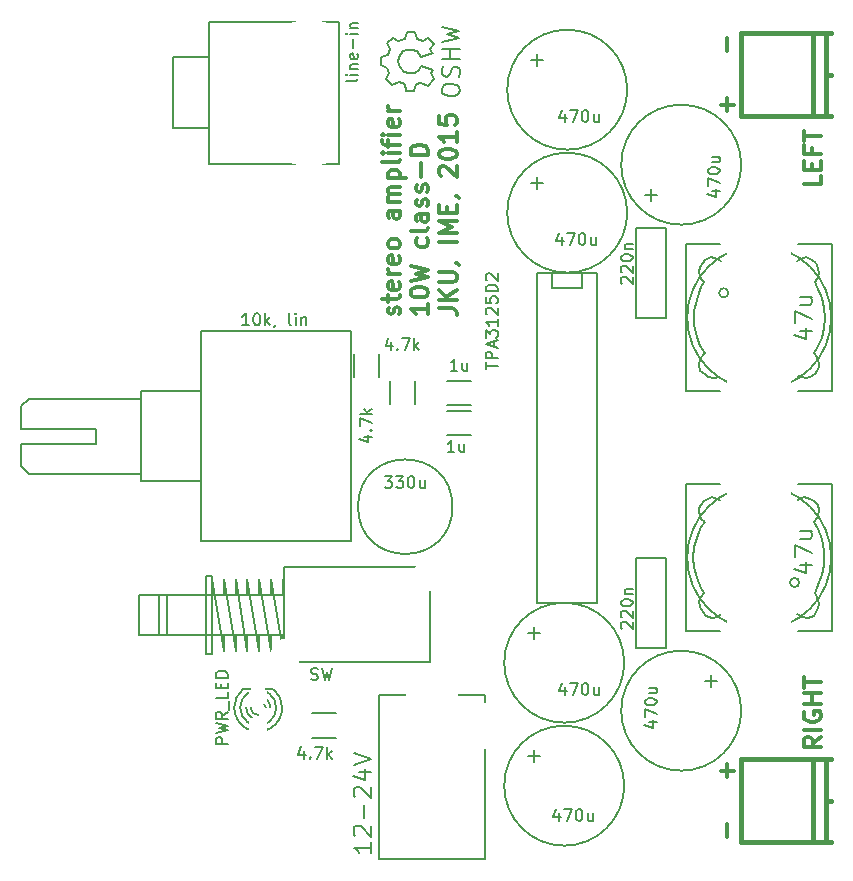
<source format=gbr>
G04 #@! TF.FileFunction,Legend,Top*
%FSLAX46Y46*%
G04 Gerber Fmt 4.6, Leading zero omitted, Abs format (unit mm)*
G04 Created by KiCad (PCBNEW 0.201503020946+5465~21~ubuntu14.04.1-product) date Mon 16 Mär 2015 16:05:42 CET*
%MOMM*%
G01*
G04 APERTURE LIST*
%ADD10C,0.100000*%
%ADD11C,0.300000*%
%ADD12C,0.150000*%
%ADD13C,0.381000*%
%ADD14C,1.676400*%
%ADD15R,2.286000X1.574800*%
%ADD16O,2.286000X1.574800*%
%ADD17R,5.400040X6.000000*%
%ADD18O,2.200000X4.000000*%
%ADD19O,4.000000X2.200000*%
%ADD20R,2.000000X1.600000*%
%ADD21C,1.501140*%
%ADD22C,2.600000*%
%ADD23R,2.000000X1.700000*%
%ADD24R,1.700000X2.000000*%
%ADD25C,2.400000*%
%ADD26R,2.400000X2.400000*%
%ADD27C,2.000000*%
%ADD28C,4.500000*%
%ADD29C,4.100000*%
%ADD30C,6.000000*%
G04 APERTURE END LIST*
D10*
D11*
X44303143Y68516572D02*
X44303143Y69659429D01*
X44303143Y63436572D02*
X44303143Y64579429D01*
X44874571Y64008000D02*
X43731714Y64008000D01*
X44303143Y1968572D02*
X44303143Y3111429D01*
X44303143Y7048572D02*
X44303143Y8191429D01*
X44874571Y7620000D02*
X43731714Y7620000D01*
X16495143Y46259714D02*
X16566571Y46402571D01*
X16566571Y46688286D01*
X16495143Y46831143D01*
X16352286Y46902571D01*
X16280857Y46902571D01*
X16138000Y46831143D01*
X16066571Y46688286D01*
X16066571Y46474000D01*
X15995143Y46331143D01*
X15852286Y46259714D01*
X15780857Y46259714D01*
X15638000Y46331143D01*
X15566571Y46474000D01*
X15566571Y46688286D01*
X15638000Y46831143D01*
X15566571Y47331143D02*
X15566571Y47902572D01*
X15066571Y47545429D02*
X16352286Y47545429D01*
X16495143Y47616857D01*
X16566571Y47759715D01*
X16566571Y47902572D01*
X16495143Y48974000D02*
X16566571Y48831143D01*
X16566571Y48545429D01*
X16495143Y48402572D01*
X16352286Y48331143D01*
X15780857Y48331143D01*
X15638000Y48402572D01*
X15566571Y48545429D01*
X15566571Y48831143D01*
X15638000Y48974000D01*
X15780857Y49045429D01*
X15923714Y49045429D01*
X16066571Y48331143D01*
X16566571Y49688286D02*
X15566571Y49688286D01*
X15852286Y49688286D02*
X15709429Y49759714D01*
X15638000Y49831143D01*
X15566571Y49974000D01*
X15566571Y50116857D01*
X16495143Y51188285D02*
X16566571Y51045428D01*
X16566571Y50759714D01*
X16495143Y50616857D01*
X16352286Y50545428D01*
X15780857Y50545428D01*
X15638000Y50616857D01*
X15566571Y50759714D01*
X15566571Y51045428D01*
X15638000Y51188285D01*
X15780857Y51259714D01*
X15923714Y51259714D01*
X16066571Y50545428D01*
X16566571Y52116857D02*
X16495143Y51973999D01*
X16423714Y51902571D01*
X16280857Y51831142D01*
X15852286Y51831142D01*
X15709429Y51902571D01*
X15638000Y51973999D01*
X15566571Y52116857D01*
X15566571Y52331142D01*
X15638000Y52473999D01*
X15709429Y52545428D01*
X15852286Y52616857D01*
X16280857Y52616857D01*
X16423714Y52545428D01*
X16495143Y52473999D01*
X16566571Y52331142D01*
X16566571Y52116857D01*
X16566571Y55045428D02*
X15780857Y55045428D01*
X15638000Y54973999D01*
X15566571Y54831142D01*
X15566571Y54545428D01*
X15638000Y54402571D01*
X16495143Y55045428D02*
X16566571Y54902571D01*
X16566571Y54545428D01*
X16495143Y54402571D01*
X16352286Y54331142D01*
X16209429Y54331142D01*
X16066571Y54402571D01*
X15995143Y54545428D01*
X15995143Y54902571D01*
X15923714Y55045428D01*
X16566571Y55759714D02*
X15566571Y55759714D01*
X15709429Y55759714D02*
X15638000Y55831142D01*
X15566571Y55974000D01*
X15566571Y56188285D01*
X15638000Y56331142D01*
X15780857Y56402571D01*
X16566571Y56402571D01*
X15780857Y56402571D02*
X15638000Y56474000D01*
X15566571Y56616857D01*
X15566571Y56831142D01*
X15638000Y56974000D01*
X15780857Y57045428D01*
X16566571Y57045428D01*
X15566571Y57759714D02*
X17066571Y57759714D01*
X15638000Y57759714D02*
X15566571Y57902571D01*
X15566571Y58188285D01*
X15638000Y58331142D01*
X15709429Y58402571D01*
X15852286Y58474000D01*
X16280857Y58474000D01*
X16423714Y58402571D01*
X16495143Y58331142D01*
X16566571Y58188285D01*
X16566571Y57902571D01*
X16495143Y57759714D01*
X16566571Y59331143D02*
X16495143Y59188285D01*
X16352286Y59116857D01*
X15066571Y59116857D01*
X16566571Y59902571D02*
X15566571Y59902571D01*
X15066571Y59902571D02*
X15138000Y59831142D01*
X15209429Y59902571D01*
X15138000Y59973999D01*
X15066571Y59902571D01*
X15209429Y59902571D01*
X15566571Y60402571D02*
X15566571Y60974000D01*
X16566571Y60616857D02*
X15280857Y60616857D01*
X15138000Y60688285D01*
X15066571Y60831143D01*
X15066571Y60974000D01*
X16566571Y61474000D02*
X15566571Y61474000D01*
X15066571Y61474000D02*
X15138000Y61402571D01*
X15209429Y61474000D01*
X15138000Y61545428D01*
X15066571Y61474000D01*
X15209429Y61474000D01*
X16495143Y62759714D02*
X16566571Y62616857D01*
X16566571Y62331143D01*
X16495143Y62188286D01*
X16352286Y62116857D01*
X15780857Y62116857D01*
X15638000Y62188286D01*
X15566571Y62331143D01*
X15566571Y62616857D01*
X15638000Y62759714D01*
X15780857Y62831143D01*
X15923714Y62831143D01*
X16066571Y62116857D01*
X16566571Y63474000D02*
X15566571Y63474000D01*
X15852286Y63474000D02*
X15709429Y63545428D01*
X15638000Y63616857D01*
X15566571Y63759714D01*
X15566571Y63902571D01*
X18966571Y47116857D02*
X18966571Y46259714D01*
X18966571Y46688286D02*
X17466571Y46688286D01*
X17680857Y46545429D01*
X17823714Y46402571D01*
X17895143Y46259714D01*
X17466571Y48045428D02*
X17466571Y48188285D01*
X17538000Y48331142D01*
X17609429Y48402571D01*
X17752286Y48474000D01*
X18038000Y48545428D01*
X18395143Y48545428D01*
X18680857Y48474000D01*
X18823714Y48402571D01*
X18895143Y48331142D01*
X18966571Y48188285D01*
X18966571Y48045428D01*
X18895143Y47902571D01*
X18823714Y47831142D01*
X18680857Y47759714D01*
X18395143Y47688285D01*
X18038000Y47688285D01*
X17752286Y47759714D01*
X17609429Y47831142D01*
X17538000Y47902571D01*
X17466571Y48045428D01*
X17466571Y49045428D02*
X18966571Y49402571D01*
X17895143Y49688285D01*
X18966571Y49973999D01*
X17466571Y50331142D01*
X18895143Y52688285D02*
X18966571Y52545428D01*
X18966571Y52259714D01*
X18895143Y52116856D01*
X18823714Y52045428D01*
X18680857Y51973999D01*
X18252286Y51973999D01*
X18109429Y52045428D01*
X18038000Y52116856D01*
X17966571Y52259714D01*
X17966571Y52545428D01*
X18038000Y52688285D01*
X18966571Y53545428D02*
X18895143Y53402570D01*
X18752286Y53331142D01*
X17466571Y53331142D01*
X18966571Y54759713D02*
X18180857Y54759713D01*
X18038000Y54688284D01*
X17966571Y54545427D01*
X17966571Y54259713D01*
X18038000Y54116856D01*
X18895143Y54759713D02*
X18966571Y54616856D01*
X18966571Y54259713D01*
X18895143Y54116856D01*
X18752286Y54045427D01*
X18609429Y54045427D01*
X18466571Y54116856D01*
X18395143Y54259713D01*
X18395143Y54616856D01*
X18323714Y54759713D01*
X18895143Y55402570D02*
X18966571Y55545427D01*
X18966571Y55831142D01*
X18895143Y55973999D01*
X18752286Y56045427D01*
X18680857Y56045427D01*
X18538000Y55973999D01*
X18466571Y55831142D01*
X18466571Y55616856D01*
X18395143Y55473999D01*
X18252286Y55402570D01*
X18180857Y55402570D01*
X18038000Y55473999D01*
X17966571Y55616856D01*
X17966571Y55831142D01*
X18038000Y55973999D01*
X18895143Y56616856D02*
X18966571Y56759713D01*
X18966571Y57045428D01*
X18895143Y57188285D01*
X18752286Y57259713D01*
X18680857Y57259713D01*
X18538000Y57188285D01*
X18466571Y57045428D01*
X18466571Y56831142D01*
X18395143Y56688285D01*
X18252286Y56616856D01*
X18180857Y56616856D01*
X18038000Y56688285D01*
X17966571Y56831142D01*
X17966571Y57045428D01*
X18038000Y57188285D01*
X18395143Y57902571D02*
X18395143Y59045428D01*
X18966571Y59759714D02*
X17466571Y59759714D01*
X17466571Y60116857D01*
X17538000Y60331142D01*
X17680857Y60474000D01*
X17823714Y60545428D01*
X18109429Y60616857D01*
X18323714Y60616857D01*
X18609429Y60545428D01*
X18752286Y60474000D01*
X18895143Y60331142D01*
X18966571Y60116857D01*
X18966571Y59759714D01*
X19866571Y46759714D02*
X20938000Y46759714D01*
X21152286Y46688286D01*
X21295143Y46545429D01*
X21366571Y46331143D01*
X21366571Y46188286D01*
X21366571Y47474000D02*
X19866571Y47474000D01*
X21366571Y48331143D02*
X20509429Y47688286D01*
X19866571Y48331143D02*
X20723714Y47474000D01*
X19866571Y48974000D02*
X21080857Y48974000D01*
X21223714Y49045428D01*
X21295143Y49116857D01*
X21366571Y49259714D01*
X21366571Y49545428D01*
X21295143Y49688286D01*
X21223714Y49759714D01*
X21080857Y49831143D01*
X19866571Y49831143D01*
X21295143Y50616857D02*
X21366571Y50616857D01*
X21509429Y50545429D01*
X21580857Y50474000D01*
X21366571Y52402572D02*
X19866571Y52402572D01*
X21366571Y53116858D02*
X19866571Y53116858D01*
X20938000Y53616858D01*
X19866571Y54116858D01*
X21366571Y54116858D01*
X20580857Y54831144D02*
X20580857Y55331144D01*
X21366571Y55545430D02*
X21366571Y54831144D01*
X19866571Y54831144D01*
X19866571Y55545430D01*
X21295143Y56259715D02*
X21366571Y56259715D01*
X21509429Y56188287D01*
X21580857Y56116858D01*
X20009429Y57974001D02*
X19938000Y58045430D01*
X19866571Y58188287D01*
X19866571Y58545430D01*
X19938000Y58688287D01*
X20009429Y58759716D01*
X20152286Y58831144D01*
X20295143Y58831144D01*
X20509429Y58759716D01*
X21366571Y57902573D01*
X21366571Y58831144D01*
X19866571Y59759715D02*
X19866571Y59902572D01*
X19938000Y60045429D01*
X20009429Y60116858D01*
X20152286Y60188287D01*
X20438000Y60259715D01*
X20795143Y60259715D01*
X21080857Y60188287D01*
X21223714Y60116858D01*
X21295143Y60045429D01*
X21366571Y59902572D01*
X21366571Y59759715D01*
X21295143Y59616858D01*
X21223714Y59545429D01*
X21080857Y59474001D01*
X20795143Y59402572D01*
X20438000Y59402572D01*
X20152286Y59474001D01*
X20009429Y59545429D01*
X19938000Y59616858D01*
X19866571Y59759715D01*
X21366571Y61688286D02*
X21366571Y60831143D01*
X21366571Y61259715D02*
X19866571Y61259715D01*
X20080857Y61116858D01*
X20223714Y60974000D01*
X20295143Y60831143D01*
X19866571Y63045429D02*
X19866571Y62331143D01*
X20580857Y62259714D01*
X20509429Y62331143D01*
X20438000Y62474000D01*
X20438000Y62831143D01*
X20509429Y62974000D01*
X20580857Y63045429D01*
X20723714Y63116857D01*
X21080857Y63116857D01*
X21223714Y63045429D01*
X21295143Y62974000D01*
X21366571Y62831143D01*
X21366571Y62474000D01*
X21295143Y62331143D01*
X21223714Y62259714D01*
D12*
X5842000Y14528800D02*
X3302000Y14528800D01*
X3596473Y11783136D02*
G75*
G03X4572000Y11430000I975527J1170864D01*
G01*
X4572469Y11431889D02*
G75*
G03X5582920Y11816080I-469J1522111D01*
G01*
X4571966Y14476147D02*
G75*
G03X3581400Y14109700I34J-1522147D01*
G01*
X5547527Y14124864D02*
G75*
G03X4572000Y14478000I-975527J-1170864D01*
G01*
X3684845Y14193166D02*
G75*
G03X3048000Y12954000I887155J-1239166D01*
G01*
X3048000Y12953199D02*
G75*
G03X3657600Y11734800I1524000J801D01*
G01*
X6094206Y12954442D02*
G75*
G03X5506720Y14155420I-1522206J-442D01*
G01*
X5508171Y11751436D02*
G75*
G03X6096000Y12954000I-936171J1202564D01*
G01*
X3937000Y12954000D02*
G75*
G03X4572000Y12319000I635000J0D01*
G01*
X3556000Y12954000D02*
G75*
G03X4572000Y11938000I1016000J0D01*
G01*
X5207000Y12954000D02*
G75*
G03X4572000Y13589000I-635000J0D01*
G01*
X5588000Y12954000D02*
G75*
G03X4572000Y13970000I-1016000J0D01*
G01*
X3268574Y14512880D02*
G75*
G03X2540000Y12954000I1303426J-1558880D01*
G01*
X2542540Y12953025D02*
G75*
G03X3616960Y11163300I2029460J975D01*
G01*
X6601386Y12956552D02*
G75*
G03X5882640Y14503400I-2029386J-2552D01*
G01*
X5581851Y11190701D02*
G75*
G03X6604000Y12954000I-1009851J1763299D01*
G01*
X3608653Y11164870D02*
G75*
G03X4572000Y10922000I963347J1789130D01*
G01*
X4572100Y10923077D02*
G75*
G03X5636260Y11224260I-100J2030923D01*
G01*
X32004000Y49784000D02*
X32004000Y48514000D01*
X32004000Y48514000D02*
X29464000Y48514000D01*
X29464000Y48514000D02*
X29464000Y49784000D01*
X33274000Y49784000D02*
X33274000Y21844000D01*
X33274000Y21844000D02*
X28194000Y21844000D01*
X28194000Y21844000D02*
X28194000Y49784000D01*
X28194000Y49784000D02*
X33274000Y49784000D01*
X44381494Y48074580D02*
G75*
G03X44381494Y48074580I-391234J0D01*
G01*
X43690540Y41074340D02*
X43588940Y40972740D01*
X43588940Y40972740D02*
X43190160Y40873680D01*
X43190160Y40873680D02*
X42689780Y40972740D01*
X42689780Y40972740D02*
X42390060Y41173400D01*
X42390060Y41173400D02*
X41988740Y41473120D01*
X41988740Y41473120D02*
X41889680Y41973500D01*
X41889680Y41973500D02*
X41988740Y42473880D01*
X41988740Y42473880D02*
X42291000Y42875200D01*
X42291000Y42875200D02*
X42390060Y42974260D01*
X42390060Y42974260D02*
X41988740Y43573700D01*
X41988740Y43573700D02*
X41689020Y44373800D01*
X41689020Y44373800D02*
X41490900Y45374560D01*
X41490900Y45374560D02*
X41490900Y46573440D01*
X41490900Y46573440D02*
X41689020Y47475140D01*
X41689020Y47475140D02*
X41889680Y48074580D01*
X41889680Y48074580D02*
X42090340Y48574960D01*
X42090340Y48574960D02*
X42291000Y48973740D01*
X42291000Y48973740D02*
X42090340Y49273460D01*
X42090340Y49273460D02*
X41889680Y49872900D01*
X41889680Y49872900D02*
X41988740Y50274220D01*
X41988740Y50274220D02*
X42189400Y50573940D01*
X42189400Y50573940D02*
X42390060Y50873660D01*
X42390060Y50873660D02*
X42890440Y51074320D01*
X42890440Y51074320D02*
X43390820Y50975260D01*
X43390820Y50975260D02*
X43789600Y50774600D01*
X50289460Y41074340D02*
X50589180Y40972740D01*
X50589180Y40972740D02*
X50990500Y40873680D01*
X50990500Y40873680D02*
X51290220Y40972740D01*
X51290220Y40972740D02*
X51689000Y41173400D01*
X51689000Y41173400D02*
X51889660Y41473120D01*
X51889660Y41473120D02*
X52090320Y41772840D01*
X52090320Y41772840D02*
X52090320Y42075100D01*
X52090320Y42075100D02*
X51991260Y42374820D01*
X51991260Y42374820D02*
X51889660Y42674540D01*
X51889660Y42674540D02*
X51589940Y42974260D01*
X51589940Y42974260D02*
X51889660Y43373040D01*
X51889660Y43373040D02*
X52090320Y43774360D01*
X52090320Y43774360D02*
X52290980Y44274740D01*
X52290980Y44274740D02*
X52489100Y45074840D01*
X52489100Y45074840D02*
X52590700Y45974000D01*
X52590700Y45974000D02*
X52489100Y46774100D01*
X52489100Y46774100D02*
X52290980Y47673260D01*
X52290980Y47673260D02*
X51889660Y48574960D01*
X51889660Y48574960D02*
X51689000Y48973740D01*
X51689000Y48973740D02*
X51889660Y49273460D01*
X51889660Y49273460D02*
X52090320Y49674780D01*
X52090320Y49674780D02*
X51991260Y50175160D01*
X51991260Y50175160D02*
X51790600Y50573940D01*
X51790600Y50573940D02*
X51490880Y50873660D01*
X51490880Y50873660D02*
X50990500Y51074320D01*
X50990500Y51074320D02*
X50490120Y50975260D01*
X50490120Y50975260D02*
X50190400Y50774600D01*
X43690540Y52174140D02*
X40789860Y52174140D01*
X40789860Y52174140D02*
X40789860Y39773860D01*
X40789860Y39773860D02*
X43690540Y39773860D01*
X53190140Y39773860D02*
X53190140Y52174140D01*
X53190140Y52174140D02*
X50289460Y52174140D01*
X53190140Y39773860D02*
X50289460Y39773860D01*
X50380974Y23553420D02*
G75*
G03X50380974Y23553420I-391234J0D01*
G01*
X50289460Y30553660D02*
X50391060Y30655260D01*
X50391060Y30655260D02*
X50789840Y30754320D01*
X50789840Y30754320D02*
X51290220Y30655260D01*
X51290220Y30655260D02*
X51589940Y30454600D01*
X51589940Y30454600D02*
X51991260Y30154880D01*
X51991260Y30154880D02*
X52090320Y29654500D01*
X52090320Y29654500D02*
X51991260Y29154120D01*
X51991260Y29154120D02*
X51689000Y28752800D01*
X51689000Y28752800D02*
X51589940Y28653740D01*
X51589940Y28653740D02*
X51991260Y28054300D01*
X51991260Y28054300D02*
X52290980Y27254200D01*
X52290980Y27254200D02*
X52489100Y26253440D01*
X52489100Y26253440D02*
X52489100Y25054560D01*
X52489100Y25054560D02*
X52290980Y24152860D01*
X52290980Y24152860D02*
X52090320Y23553420D01*
X52090320Y23553420D02*
X51889660Y23053040D01*
X51889660Y23053040D02*
X51689000Y22654260D01*
X51689000Y22654260D02*
X51889660Y22354540D01*
X51889660Y22354540D02*
X52090320Y21755100D01*
X52090320Y21755100D02*
X51991260Y21353780D01*
X51991260Y21353780D02*
X51790600Y21054060D01*
X51790600Y21054060D02*
X51589940Y20754340D01*
X51589940Y20754340D02*
X51089560Y20553680D01*
X51089560Y20553680D02*
X50589180Y20652740D01*
X50589180Y20652740D02*
X50190400Y20853400D01*
X43690540Y30553660D02*
X43390820Y30655260D01*
X43390820Y30655260D02*
X42989500Y30754320D01*
X42989500Y30754320D02*
X42689780Y30655260D01*
X42689780Y30655260D02*
X42291000Y30454600D01*
X42291000Y30454600D02*
X42090340Y30154880D01*
X42090340Y30154880D02*
X41889680Y29855160D01*
X41889680Y29855160D02*
X41889680Y29552900D01*
X41889680Y29552900D02*
X41988740Y29253180D01*
X41988740Y29253180D02*
X42090340Y28953460D01*
X42090340Y28953460D02*
X42390060Y28653740D01*
X42390060Y28653740D02*
X42090340Y28254960D01*
X42090340Y28254960D02*
X41889680Y27853640D01*
X41889680Y27853640D02*
X41689020Y27353260D01*
X41689020Y27353260D02*
X41490900Y26553160D01*
X41490900Y26553160D02*
X41389300Y25654000D01*
X41389300Y25654000D02*
X41490900Y24853900D01*
X41490900Y24853900D02*
X41689020Y23954740D01*
X41689020Y23954740D02*
X42090340Y23053040D01*
X42090340Y23053040D02*
X42291000Y22654260D01*
X42291000Y22654260D02*
X42090340Y22354540D01*
X42090340Y22354540D02*
X41889680Y21953220D01*
X41889680Y21953220D02*
X41988740Y21452840D01*
X41988740Y21452840D02*
X42189400Y21054060D01*
X42189400Y21054060D02*
X42489120Y20754340D01*
X42489120Y20754340D02*
X42989500Y20553680D01*
X42989500Y20553680D02*
X43489880Y20652740D01*
X43489880Y20652740D02*
X43789600Y20853400D01*
X50289460Y19453860D02*
X53190140Y19453860D01*
X53190140Y19453860D02*
X53190140Y31854140D01*
X53190140Y31854140D02*
X50289460Y31854140D01*
X40789860Y31854140D02*
X40789860Y19453860D01*
X40789860Y19453860D02*
X43690540Y19453860D01*
X40789860Y31854140D02*
X43690540Y31854140D01*
X390000Y62024000D02*
X-2610000Y62024000D01*
X-2610000Y62024000D02*
X-2610000Y68024000D01*
X-2610000Y68024000D02*
X390000Y68024000D01*
X390000Y71024000D02*
X11390000Y71024000D01*
X11390000Y71024000D02*
X11390000Y59024000D01*
X11390000Y59024000D02*
X390000Y59024000D01*
X390000Y59024000D02*
X390000Y71024000D01*
X20590000Y38599000D02*
X22590000Y38599000D01*
X22590000Y40649000D02*
X20590000Y40649000D01*
X20590000Y36059000D02*
X22590000Y36059000D01*
X22590000Y38109000D02*
X20590000Y38109000D01*
X28194000Y57912000D02*
X28194000Y56896000D01*
X27686000Y57404000D02*
X28702000Y57404000D01*
X35814000Y54864000D02*
G75*
G03X35814000Y54864000I-5080000J0D01*
G01*
X27940000Y19812000D02*
X27940000Y18796000D01*
X27432000Y19304000D02*
X28448000Y19304000D01*
X35560000Y16764000D02*
G75*
G03X35560000Y16764000I-5080000J0D01*
G01*
X28194000Y68326000D02*
X28194000Y67310000D01*
X27686000Y67818000D02*
X28702000Y67818000D01*
X35814000Y65278000D02*
G75*
G03X35814000Y65278000I-5080000J0D01*
G01*
X27940000Y9398000D02*
X27940000Y8382000D01*
X27432000Y8890000D02*
X28448000Y8890000D01*
X35560000Y6350000D02*
G75*
G03X35560000Y6350000I-5080000J0D01*
G01*
X36576000Y45974000D02*
X39116000Y45974000D01*
X39116000Y45974000D02*
X39116000Y53594000D01*
X39116000Y53594000D02*
X36576000Y53594000D01*
X36576000Y53594000D02*
X36576000Y45974000D01*
X39116000Y25654000D02*
X36576000Y25654000D01*
X36576000Y25654000D02*
X36576000Y18034000D01*
X36576000Y18034000D02*
X39116000Y18034000D01*
X39116000Y18034000D02*
X39116000Y25654000D01*
X37338000Y56388000D02*
X38354000Y56388000D01*
X37846000Y55880000D02*
X37846000Y56896000D01*
X45466000Y58928000D02*
G75*
G03X45466000Y58928000I-5080000J0D01*
G01*
X43434000Y15240000D02*
X42418000Y15240000D01*
X42926000Y15748000D02*
X42926000Y14732000D01*
X45466000Y12700000D02*
G75*
G03X45466000Y12700000I-5080000J0D01*
G01*
X-5546000Y19128000D02*
X6754000Y19128000D01*
X-5546000Y22528000D02*
X6754000Y22528000D01*
X19154000Y24828000D02*
X19154000Y16828000D01*
X6754000Y24828000D02*
X6754000Y16828000D01*
X19154000Y24828000D02*
X6754000Y24828000D01*
X6754000Y16828000D02*
X19154000Y16828000D01*
X-3146000Y19128000D02*
X-3146000Y22528000D01*
X-3846000Y22528000D02*
X-3846000Y19128000D01*
X6654000Y22528000D02*
X6654000Y23828000D01*
X5654000Y22528000D02*
X5654000Y23828000D01*
X5654000Y23828000D02*
X6654000Y17728000D01*
X6654000Y17728000D02*
X6654000Y19128000D01*
X4654000Y22528000D02*
X4654000Y23828000D01*
X4654000Y23828000D02*
X5654000Y17728000D01*
X5654000Y17728000D02*
X5654000Y19128000D01*
X3654000Y22528000D02*
X3654000Y23828000D01*
X3654000Y23828000D02*
X4654000Y17728000D01*
X4654000Y17728000D02*
X4654000Y19128000D01*
X2654000Y22528000D02*
X2654000Y23828000D01*
X2654000Y23828000D02*
X3654000Y17728000D01*
X3654000Y17728000D02*
X3654000Y19128000D01*
X1654000Y22528000D02*
X1654000Y23828000D01*
X1654000Y23828000D02*
X2654000Y17728000D01*
X2654000Y17728000D02*
X2654000Y19128000D01*
X654000Y23828000D02*
X1654000Y17728000D01*
X1654000Y17728000D02*
X1654000Y19128000D01*
X154000Y24128000D02*
X654000Y24128000D01*
X654000Y24128000D02*
X654000Y17528000D01*
X654000Y17528000D02*
X154000Y17528000D01*
X-5546000Y22528000D02*
X-5546000Y19128000D01*
X154000Y24128000D02*
X154000Y17528000D01*
X9160000Y12505000D02*
X11160000Y12505000D01*
X11160000Y10355000D02*
X9160000Y10355000D01*
X21018500Y29972000D02*
G75*
G03X21018500Y29972000I-4000500J0D01*
G01*
X14791000Y42910000D02*
X14791000Y40910000D01*
X12641000Y40910000D02*
X12641000Y42910000D01*
X17839000Y40624000D02*
X17839000Y38624000D01*
X15689000Y38624000D02*
X15689000Y40624000D01*
X-15494000Y36549000D02*
X-15494000Y38454000D01*
X-15494000Y35279000D02*
X-15494000Y33374000D01*
X-9144000Y36549000D02*
X-9144000Y35279000D01*
X-9144000Y35279000D02*
X-15494000Y35279000D01*
X-9144000Y36549000D02*
X-15494000Y36549000D01*
X-5334000Y32739000D02*
X-14859000Y32739000D01*
X-14859000Y32739000D02*
X-15494000Y33374000D01*
X-15494000Y38454000D02*
X-14859000Y39089000D01*
X-14859000Y39089000D02*
X-5334000Y39089000D01*
X-254000Y27024000D02*
X12446000Y27024000D01*
X-254000Y44804000D02*
X12446000Y44804000D01*
X12446000Y44804000D02*
X12446000Y27024000D01*
X-254000Y39724000D02*
X-5334000Y39724000D01*
X-5334000Y39724000D02*
X-5334000Y32104000D01*
X-5334000Y32104000D02*
X-254000Y32104000D01*
X-254000Y27024000D02*
X-254000Y44804000D01*
D13*
X52676000Y66548000D02*
X53076000Y66548000D01*
X51576000Y63048000D02*
X51576000Y70048000D01*
X52676000Y63048000D02*
X52676000Y70048000D01*
X45476000Y63048000D02*
X53076000Y63048000D01*
X53076000Y70048000D02*
X45476000Y70048000D01*
X45476000Y70048000D02*
X45476000Y63048000D01*
X52676000Y5080000D02*
X53076000Y5080000D01*
X51576000Y1580000D02*
X51576000Y8580000D01*
X52676000Y1580000D02*
X52676000Y8580000D01*
X45476000Y1580000D02*
X53076000Y1580000D01*
X53076000Y8580000D02*
X45476000Y8580000D01*
X45476000Y8580000D02*
X45476000Y1580000D01*
D12*
X53090000Y45974000D02*
G75*
G03X53090000Y45974000I-6100000J0D01*
G01*
X53090000Y25654000D02*
G75*
G03X53090000Y25654000I-6100000J0D01*
G01*
X23804000Y130000D02*
X23804000Y14030000D01*
X14804000Y130000D02*
X14804000Y14030000D01*
X23804000Y14030000D02*
X14804000Y14030000D01*
X14804000Y130000D02*
X23804000Y130000D01*
X20131860Y69332780D02*
X21602520Y69693460D01*
X21602520Y69693460D02*
X20540800Y69972860D01*
X20540800Y69972860D02*
X21612680Y70282740D01*
X21612680Y70282740D02*
X20162340Y70623100D01*
X20822740Y67912920D02*
X20812580Y68702860D01*
X20812580Y68702860D02*
X20822740Y68713020D01*
X20822740Y68713020D02*
X20812580Y68713020D01*
X20101380Y68753660D02*
X21643160Y68753660D01*
X20091220Y67864660D02*
X21660940Y67864660D01*
X21660940Y67864660D02*
X21650780Y67874820D01*
X20192820Y67313480D02*
X20111540Y66962960D01*
X20111540Y66962960D02*
X20101380Y66642920D01*
X20101380Y66642920D02*
X20302040Y66404160D01*
X20302040Y66404160D02*
X20571280Y66373680D01*
X20571280Y66373680D02*
X20812580Y66614980D01*
X20812580Y66614980D02*
X20942120Y67003600D01*
X20942120Y67003600D02*
X21102140Y67183940D01*
X21102140Y67183940D02*
X21401860Y67224580D01*
X21401860Y67224580D02*
X21622840Y66993440D01*
X21622840Y66993440D02*
X21650780Y66673400D01*
X21650780Y66673400D02*
X21541560Y66322880D01*
X20091220Y65284020D02*
X20111540Y65035100D01*
X20111540Y65035100D02*
X20352840Y64793800D01*
X20352840Y64793800D02*
X20843060Y64704900D01*
X20843060Y64704900D02*
X21191040Y64732840D01*
X21191040Y64732840D02*
X21511080Y64933500D01*
X21511080Y64933500D02*
X21633000Y65184960D01*
X21633000Y65184960D02*
X21561880Y65494840D01*
X21561880Y65494840D02*
X21381540Y65713280D01*
X21381540Y65713280D02*
X20921800Y65784400D01*
X20921800Y65784400D02*
X20512860Y65733600D01*
X20512860Y65733600D02*
X20230920Y65624380D01*
X20230920Y65624380D02*
X20101380Y65263700D01*
X18371640Y65883460D02*
X18932980Y65624380D01*
X18932980Y65624380D02*
X19451140Y66162860D01*
X19451140Y66162860D02*
X19181900Y66683560D01*
X19181900Y66683560D02*
X19341920Y66962960D01*
X19321600Y68403140D02*
X19131100Y68733340D01*
X19131100Y68733340D02*
X19461300Y69172760D01*
X19461300Y69172760D02*
X18971080Y69645200D01*
X18971080Y69645200D02*
X18491020Y69363260D01*
X18491020Y69363260D02*
X18021120Y69553760D01*
X18021120Y69553760D02*
X17833160Y70163360D01*
X17833160Y70163360D02*
X17152440Y70163360D01*
X17152440Y70163360D02*
X17012740Y69604560D01*
X17012740Y69604560D02*
X16441240Y69403900D01*
X16441240Y69403900D02*
X15971340Y69673140D01*
X15971340Y69673140D02*
X15460800Y69203240D01*
X15460800Y69203240D02*
X15722420Y68685080D01*
X15722420Y68685080D02*
X15521760Y68215180D01*
X15521760Y68215180D02*
X14980740Y68045000D01*
X14980740Y68045000D02*
X14962960Y67354120D01*
X14962960Y67354120D02*
X15511600Y67143300D01*
X15511600Y67143300D02*
X15681780Y66724200D01*
X15681780Y66724200D02*
X15412540Y66173020D01*
X15412540Y66173020D02*
X15940860Y65654860D01*
X15940860Y65654860D02*
X16481880Y65903780D01*
X16481880Y65903780D02*
X16961940Y65733600D01*
X16961940Y65733600D02*
X17061000Y65184960D01*
X17061000Y65184960D02*
X17762040Y65174800D01*
X17762040Y65174800D02*
X17962700Y65733600D01*
X17962700Y65733600D02*
X18361480Y65873300D01*
X18341160Y68014520D02*
X18191300Y68314240D01*
X18191300Y68314240D02*
X17993180Y68514900D01*
X17993180Y68514900D02*
X17591860Y68664760D01*
X17591860Y68664760D02*
X17193080Y68664760D01*
X17193080Y68664760D02*
X16842560Y68514900D01*
X16842560Y68514900D02*
X16492040Y68062780D01*
X16492040Y68062780D02*
X16441240Y67613200D01*
X16441240Y67613200D02*
X16542840Y67214420D01*
X16542840Y67214420D02*
X16890820Y66813100D01*
X16890820Y66813100D02*
X17342940Y66663240D01*
X17342940Y66663240D02*
X17840780Y66714040D01*
X17840780Y66714040D02*
X18143040Y66962960D01*
X18143040Y66962960D02*
X18341160Y67313480D01*
X18341160Y67313480D02*
X19341920Y66962960D01*
X18341160Y68014520D02*
X19341920Y68413300D01*
X1976381Y9882571D02*
X976381Y9882571D01*
X976381Y10263524D01*
X1024000Y10358762D01*
X1071619Y10406381D01*
X1166857Y10454000D01*
X1309714Y10454000D01*
X1404952Y10406381D01*
X1452571Y10358762D01*
X1500190Y10263524D01*
X1500190Y9882571D01*
X976381Y10787333D02*
X1976381Y11025428D01*
X1262095Y11215905D01*
X1976381Y11406381D01*
X976381Y11644476D01*
X1976381Y12596857D02*
X1500190Y12263523D01*
X1976381Y12025428D02*
X976381Y12025428D01*
X976381Y12406381D01*
X1024000Y12501619D01*
X1071619Y12549238D01*
X1166857Y12596857D01*
X1309714Y12596857D01*
X1404952Y12549238D01*
X1452571Y12501619D01*
X1500190Y12406381D01*
X1500190Y12025428D01*
X2071619Y12787333D02*
X2071619Y13549238D01*
X1976381Y14263524D02*
X1976381Y13787333D01*
X976381Y13787333D01*
X1452571Y14596857D02*
X1452571Y14930191D01*
X1976381Y15073048D02*
X1976381Y14596857D01*
X976381Y14596857D01*
X976381Y15073048D01*
X1976381Y15501619D02*
X976381Y15501619D01*
X976381Y15739714D01*
X1024000Y15882572D01*
X1119238Y15977810D01*
X1214476Y16025429D01*
X1404952Y16073048D01*
X1547810Y16073048D01*
X1738286Y16025429D01*
X1833524Y15977810D01*
X1928762Y15882572D01*
X1976381Y15739714D01*
X1976381Y15501619D01*
X23836381Y41624762D02*
X23836381Y42196191D01*
X24836381Y41910476D02*
X23836381Y41910476D01*
X24836381Y42529524D02*
X23836381Y42529524D01*
X23836381Y42910477D01*
X23884000Y43005715D01*
X23931619Y43053334D01*
X24026857Y43100953D01*
X24169714Y43100953D01*
X24264952Y43053334D01*
X24312571Y43005715D01*
X24360190Y42910477D01*
X24360190Y42529524D01*
X24550667Y43481905D02*
X24550667Y43958096D01*
X24836381Y43386667D02*
X23836381Y43720000D01*
X24836381Y44053334D01*
X23836381Y44291429D02*
X23836381Y44910477D01*
X24217333Y44577143D01*
X24217333Y44720001D01*
X24264952Y44815239D01*
X24312571Y44862858D01*
X24407810Y44910477D01*
X24645905Y44910477D01*
X24741143Y44862858D01*
X24788762Y44815239D01*
X24836381Y44720001D01*
X24836381Y44434286D01*
X24788762Y44339048D01*
X24741143Y44291429D01*
X24836381Y45862858D02*
X24836381Y45291429D01*
X24836381Y45577143D02*
X23836381Y45577143D01*
X23979238Y45481905D01*
X24074476Y45386667D01*
X24122095Y45291429D01*
X23931619Y46243810D02*
X23884000Y46291429D01*
X23836381Y46386667D01*
X23836381Y46624763D01*
X23884000Y46720001D01*
X23931619Y46767620D01*
X24026857Y46815239D01*
X24122095Y46815239D01*
X24264952Y46767620D01*
X24836381Y46196191D01*
X24836381Y46815239D01*
X23836381Y47720001D02*
X23836381Y47243810D01*
X24312571Y47196191D01*
X24264952Y47243810D01*
X24217333Y47339048D01*
X24217333Y47577144D01*
X24264952Y47672382D01*
X24312571Y47720001D01*
X24407810Y47767620D01*
X24645905Y47767620D01*
X24741143Y47720001D01*
X24788762Y47672382D01*
X24836381Y47577144D01*
X24836381Y47339048D01*
X24788762Y47243810D01*
X24741143Y47196191D01*
X24836381Y48196191D02*
X23836381Y48196191D01*
X23836381Y48434286D01*
X23884000Y48577144D01*
X23979238Y48672382D01*
X24074476Y48720001D01*
X24264952Y48767620D01*
X24407810Y48767620D01*
X24598286Y48720001D01*
X24693524Y48672382D01*
X24788762Y48577144D01*
X24836381Y48434286D01*
X24836381Y48196191D01*
X23931619Y49148572D02*
X23884000Y49196191D01*
X23836381Y49291429D01*
X23836381Y49529525D01*
X23884000Y49624763D01*
X23931619Y49672382D01*
X24026857Y49720001D01*
X24122095Y49720001D01*
X24264952Y49672382D01*
X24836381Y49100953D01*
X24836381Y49720001D01*
X13014381Y66154476D02*
X12966762Y66059238D01*
X12871524Y66011619D01*
X12014381Y66011619D01*
X13014381Y66535429D02*
X12347714Y66535429D01*
X12014381Y66535429D02*
X12062000Y66487810D01*
X12109619Y66535429D01*
X12062000Y66583048D01*
X12014381Y66535429D01*
X12109619Y66535429D01*
X12347714Y67011619D02*
X13014381Y67011619D01*
X12442952Y67011619D02*
X12395333Y67059238D01*
X12347714Y67154476D01*
X12347714Y67297334D01*
X12395333Y67392572D01*
X12490571Y67440191D01*
X13014381Y67440191D01*
X12966762Y68297334D02*
X13014381Y68202096D01*
X13014381Y68011619D01*
X12966762Y67916381D01*
X12871524Y67868762D01*
X12490571Y67868762D01*
X12395333Y67916381D01*
X12347714Y68011619D01*
X12347714Y68202096D01*
X12395333Y68297334D01*
X12490571Y68344953D01*
X12585810Y68344953D01*
X12681048Y67868762D01*
X12633429Y68773524D02*
X12633429Y69535429D01*
X13014381Y70011619D02*
X12347714Y70011619D01*
X12014381Y70011619D02*
X12062000Y69964000D01*
X12109619Y70011619D01*
X12062000Y70059238D01*
X12014381Y70011619D01*
X12109619Y70011619D01*
X12347714Y70487809D02*
X13014381Y70487809D01*
X12442952Y70487809D02*
X12395333Y70535428D01*
X12347714Y70630666D01*
X12347714Y70773524D01*
X12395333Y70868762D01*
X12490571Y70916381D01*
X13014381Y70916381D01*
X21423334Y41471619D02*
X20851905Y41471619D01*
X21137619Y41471619D02*
X21137619Y42471619D01*
X21042381Y42328762D01*
X20947143Y42233524D01*
X20851905Y42185905D01*
X22280477Y42138286D02*
X22280477Y41471619D01*
X21851905Y42138286D02*
X21851905Y41614476D01*
X21899524Y41519238D01*
X21994762Y41471619D01*
X22137620Y41471619D01*
X22232858Y41519238D01*
X22280477Y41566857D01*
X21169334Y34599619D02*
X20597905Y34599619D01*
X20883619Y34599619D02*
X20883619Y35599619D01*
X20788381Y35456762D01*
X20693143Y35361524D01*
X20597905Y35313905D01*
X22026477Y35266286D02*
X22026477Y34599619D01*
X21597905Y35266286D02*
X21597905Y34742476D01*
X21645524Y34647238D01*
X21740762Y34599619D01*
X21883620Y34599619D01*
X21978858Y34647238D01*
X22026477Y34694857D01*
X30281715Y52792286D02*
X30281715Y52125619D01*
X30043619Y53173238D02*
X29805524Y52458952D01*
X30424572Y52458952D01*
X30710286Y53125619D02*
X31376953Y53125619D01*
X30948381Y52125619D01*
X31948381Y53125619D02*
X32043620Y53125619D01*
X32138858Y53078000D01*
X32186477Y53030381D01*
X32234096Y52935143D01*
X32281715Y52744667D01*
X32281715Y52506571D01*
X32234096Y52316095D01*
X32186477Y52220857D01*
X32138858Y52173238D01*
X32043620Y52125619D01*
X31948381Y52125619D01*
X31853143Y52173238D01*
X31805524Y52220857D01*
X31757905Y52316095D01*
X31710286Y52506571D01*
X31710286Y52744667D01*
X31757905Y52935143D01*
X31805524Y53030381D01*
X31853143Y53078000D01*
X31948381Y53125619D01*
X33138858Y52792286D02*
X33138858Y52125619D01*
X32710286Y52792286D02*
X32710286Y52268476D01*
X32757905Y52173238D01*
X32853143Y52125619D01*
X32996001Y52125619D01*
X33091239Y52173238D01*
X33138858Y52220857D01*
X30535715Y14692286D02*
X30535715Y14025619D01*
X30297619Y15073238D02*
X30059524Y14358952D01*
X30678572Y14358952D01*
X30964286Y15025619D02*
X31630953Y15025619D01*
X31202381Y14025619D01*
X32202381Y15025619D02*
X32297620Y15025619D01*
X32392858Y14978000D01*
X32440477Y14930381D01*
X32488096Y14835143D01*
X32535715Y14644667D01*
X32535715Y14406571D01*
X32488096Y14216095D01*
X32440477Y14120857D01*
X32392858Y14073238D01*
X32297620Y14025619D01*
X32202381Y14025619D01*
X32107143Y14073238D01*
X32059524Y14120857D01*
X32011905Y14216095D01*
X31964286Y14406571D01*
X31964286Y14644667D01*
X32011905Y14835143D01*
X32059524Y14930381D01*
X32107143Y14978000D01*
X32202381Y15025619D01*
X33392858Y14692286D02*
X33392858Y14025619D01*
X32964286Y14692286D02*
X32964286Y14168476D01*
X33011905Y14073238D01*
X33107143Y14025619D01*
X33250001Y14025619D01*
X33345239Y14073238D01*
X33392858Y14120857D01*
X30535715Y63206286D02*
X30535715Y62539619D01*
X30297619Y63587238D02*
X30059524Y62872952D01*
X30678572Y62872952D01*
X30964286Y63539619D02*
X31630953Y63539619D01*
X31202381Y62539619D01*
X32202381Y63539619D02*
X32297620Y63539619D01*
X32392858Y63492000D01*
X32440477Y63444381D01*
X32488096Y63349143D01*
X32535715Y63158667D01*
X32535715Y62920571D01*
X32488096Y62730095D01*
X32440477Y62634857D01*
X32392858Y62587238D01*
X32297620Y62539619D01*
X32202381Y62539619D01*
X32107143Y62587238D01*
X32059524Y62634857D01*
X32011905Y62730095D01*
X31964286Y62920571D01*
X31964286Y63158667D01*
X32011905Y63349143D01*
X32059524Y63444381D01*
X32107143Y63492000D01*
X32202381Y63539619D01*
X33392858Y63206286D02*
X33392858Y62539619D01*
X32964286Y63206286D02*
X32964286Y62682476D01*
X33011905Y62587238D01*
X33107143Y62539619D01*
X33250001Y62539619D01*
X33345239Y62587238D01*
X33392858Y62634857D01*
X30027715Y4024286D02*
X30027715Y3357619D01*
X29789619Y4405238D02*
X29551524Y3690952D01*
X30170572Y3690952D01*
X30456286Y4357619D02*
X31122953Y4357619D01*
X30694381Y3357619D01*
X31694381Y4357619D02*
X31789620Y4357619D01*
X31884858Y4310000D01*
X31932477Y4262381D01*
X31980096Y4167143D01*
X32027715Y3976667D01*
X32027715Y3738571D01*
X31980096Y3548095D01*
X31932477Y3452857D01*
X31884858Y3405238D01*
X31789620Y3357619D01*
X31694381Y3357619D01*
X31599143Y3405238D01*
X31551524Y3452857D01*
X31503905Y3548095D01*
X31456286Y3738571D01*
X31456286Y3976667D01*
X31503905Y4167143D01*
X31551524Y4262381D01*
X31599143Y4310000D01*
X31694381Y4357619D01*
X32884858Y4024286D02*
X32884858Y3357619D01*
X32456286Y4024286D02*
X32456286Y3500476D01*
X32503905Y3405238D01*
X32599143Y3357619D01*
X32742001Y3357619D01*
X32837239Y3405238D01*
X32884858Y3452857D01*
X35361619Y48855524D02*
X35314000Y48903143D01*
X35266381Y48998381D01*
X35266381Y49236477D01*
X35314000Y49331715D01*
X35361619Y49379334D01*
X35456857Y49426953D01*
X35552095Y49426953D01*
X35694952Y49379334D01*
X36266381Y48807905D01*
X36266381Y49426953D01*
X35361619Y49807905D02*
X35314000Y49855524D01*
X35266381Y49950762D01*
X35266381Y50188858D01*
X35314000Y50284096D01*
X35361619Y50331715D01*
X35456857Y50379334D01*
X35552095Y50379334D01*
X35694952Y50331715D01*
X36266381Y49760286D01*
X36266381Y50379334D01*
X35266381Y50998381D02*
X35266381Y51093620D01*
X35314000Y51188858D01*
X35361619Y51236477D01*
X35456857Y51284096D01*
X35647333Y51331715D01*
X35885429Y51331715D01*
X36075905Y51284096D01*
X36171143Y51236477D01*
X36218762Y51188858D01*
X36266381Y51093620D01*
X36266381Y50998381D01*
X36218762Y50903143D01*
X36171143Y50855524D01*
X36075905Y50807905D01*
X35885429Y50760286D01*
X35647333Y50760286D01*
X35456857Y50807905D01*
X35361619Y50855524D01*
X35314000Y50903143D01*
X35266381Y50998381D01*
X35599714Y51760286D02*
X36266381Y51760286D01*
X35694952Y51760286D02*
X35647333Y51807905D01*
X35599714Y51903143D01*
X35599714Y52046001D01*
X35647333Y52141239D01*
X35742571Y52188858D01*
X36266381Y52188858D01*
X35361619Y19645524D02*
X35314000Y19693143D01*
X35266381Y19788381D01*
X35266381Y20026477D01*
X35314000Y20121715D01*
X35361619Y20169334D01*
X35456857Y20216953D01*
X35552095Y20216953D01*
X35694952Y20169334D01*
X36266381Y19597905D01*
X36266381Y20216953D01*
X35361619Y20597905D02*
X35314000Y20645524D01*
X35266381Y20740762D01*
X35266381Y20978858D01*
X35314000Y21074096D01*
X35361619Y21121715D01*
X35456857Y21169334D01*
X35552095Y21169334D01*
X35694952Y21121715D01*
X36266381Y20550286D01*
X36266381Y21169334D01*
X35266381Y21788381D02*
X35266381Y21883620D01*
X35314000Y21978858D01*
X35361619Y22026477D01*
X35456857Y22074096D01*
X35647333Y22121715D01*
X35885429Y22121715D01*
X36075905Y22074096D01*
X36171143Y22026477D01*
X36218762Y21978858D01*
X36266381Y21883620D01*
X36266381Y21788381D01*
X36218762Y21693143D01*
X36171143Y21645524D01*
X36075905Y21597905D01*
X35885429Y21550286D01*
X35647333Y21550286D01*
X35456857Y21597905D01*
X35361619Y21645524D01*
X35314000Y21693143D01*
X35266381Y21788381D01*
X35599714Y22550286D02*
X36266381Y22550286D01*
X35694952Y22550286D02*
X35647333Y22597905D01*
X35599714Y22693143D01*
X35599714Y22836001D01*
X35647333Y22931239D01*
X35742571Y22978858D01*
X36266381Y22978858D01*
X42965714Y56697715D02*
X43632381Y56697715D01*
X42584762Y56459619D02*
X43299048Y56221524D01*
X43299048Y56840572D01*
X42632381Y57126286D02*
X42632381Y57792953D01*
X43632381Y57364381D01*
X42632381Y58364381D02*
X42632381Y58459620D01*
X42680000Y58554858D01*
X42727619Y58602477D01*
X42822857Y58650096D01*
X43013333Y58697715D01*
X43251429Y58697715D01*
X43441905Y58650096D01*
X43537143Y58602477D01*
X43584762Y58554858D01*
X43632381Y58459620D01*
X43632381Y58364381D01*
X43584762Y58269143D01*
X43537143Y58221524D01*
X43441905Y58173905D01*
X43251429Y58126286D01*
X43013333Y58126286D01*
X42822857Y58173905D01*
X42727619Y58221524D01*
X42680000Y58269143D01*
X42632381Y58364381D01*
X42965714Y59554858D02*
X43632381Y59554858D01*
X42965714Y59126286D02*
X43489524Y59126286D01*
X43584762Y59173905D01*
X43632381Y59269143D01*
X43632381Y59412001D01*
X43584762Y59507239D01*
X43537143Y59554858D01*
X37631714Y11739715D02*
X38298381Y11739715D01*
X37250762Y11501619D02*
X37965048Y11263524D01*
X37965048Y11882572D01*
X37298381Y12168286D02*
X37298381Y12834953D01*
X38298381Y12406381D01*
X37298381Y13406381D02*
X37298381Y13501620D01*
X37346000Y13596858D01*
X37393619Y13644477D01*
X37488857Y13692096D01*
X37679333Y13739715D01*
X37917429Y13739715D01*
X38107905Y13692096D01*
X38203143Y13644477D01*
X38250762Y13596858D01*
X38298381Y13501620D01*
X38298381Y13406381D01*
X38250762Y13311143D01*
X38203143Y13263524D01*
X38107905Y13215905D01*
X37917429Y13168286D01*
X37679333Y13168286D01*
X37488857Y13215905D01*
X37393619Y13263524D01*
X37346000Y13311143D01*
X37298381Y13406381D01*
X37631714Y14596858D02*
X38298381Y14596858D01*
X37631714Y14168286D02*
X38155524Y14168286D01*
X38250762Y14215905D01*
X38298381Y14311143D01*
X38298381Y14454001D01*
X38250762Y14549239D01*
X38203143Y14596858D01*
X9048857Y15343238D02*
X9191714Y15295619D01*
X9429810Y15295619D01*
X9525048Y15343238D01*
X9572667Y15390857D01*
X9620286Y15486095D01*
X9620286Y15581333D01*
X9572667Y15676571D01*
X9525048Y15724190D01*
X9429810Y15771810D01*
X9239333Y15819429D01*
X9144095Y15867048D01*
X9096476Y15914667D01*
X9048857Y16009905D01*
X9048857Y16105143D01*
X9096476Y16200381D01*
X9144095Y16248000D01*
X9239333Y16295619D01*
X9477429Y16295619D01*
X9620286Y16248000D01*
X9953619Y16295619D02*
X10191714Y15295619D01*
X10382191Y16009905D01*
X10572667Y15295619D01*
X10810762Y16295619D01*
X8443429Y9308286D02*
X8443429Y8641619D01*
X8205333Y9689238D02*
X7967238Y8974952D01*
X8586286Y8974952D01*
X8967238Y8736857D02*
X9014857Y8689238D01*
X8967238Y8641619D01*
X8919619Y8689238D01*
X8967238Y8736857D01*
X8967238Y8641619D01*
X9348190Y9641619D02*
X10014857Y9641619D01*
X9586285Y8641619D01*
X10395809Y8641619D02*
X10395809Y9641619D01*
X10491047Y9022571D02*
X10776762Y8641619D01*
X10776762Y9308286D02*
X10395809Y8927333D01*
X15279905Y32551619D02*
X15898953Y32551619D01*
X15565619Y32170667D01*
X15708477Y32170667D01*
X15803715Y32123048D01*
X15851334Y32075429D01*
X15898953Y31980190D01*
X15898953Y31742095D01*
X15851334Y31646857D01*
X15803715Y31599238D01*
X15708477Y31551619D01*
X15422762Y31551619D01*
X15327524Y31599238D01*
X15279905Y31646857D01*
X16232286Y32551619D02*
X16851334Y32551619D01*
X16518000Y32170667D01*
X16660858Y32170667D01*
X16756096Y32123048D01*
X16803715Y32075429D01*
X16851334Y31980190D01*
X16851334Y31742095D01*
X16803715Y31646857D01*
X16756096Y31599238D01*
X16660858Y31551619D01*
X16375143Y31551619D01*
X16279905Y31599238D01*
X16232286Y31646857D01*
X17470381Y32551619D02*
X17565620Y32551619D01*
X17660858Y32504000D01*
X17708477Y32456381D01*
X17756096Y32361143D01*
X17803715Y32170667D01*
X17803715Y31932571D01*
X17756096Y31742095D01*
X17708477Y31646857D01*
X17660858Y31599238D01*
X17565620Y31551619D01*
X17470381Y31551619D01*
X17375143Y31599238D01*
X17327524Y31646857D01*
X17279905Y31742095D01*
X17232286Y31932571D01*
X17232286Y32170667D01*
X17279905Y32361143D01*
X17327524Y32456381D01*
X17375143Y32504000D01*
X17470381Y32551619D01*
X18660858Y32218286D02*
X18660858Y31551619D01*
X18232286Y32218286D02*
X18232286Y31694476D01*
X18279905Y31599238D01*
X18375143Y31551619D01*
X18518001Y31551619D01*
X18613239Y31599238D01*
X18660858Y31646857D01*
X13501714Y35901429D02*
X14168381Y35901429D01*
X13120762Y35663333D02*
X13835048Y35425238D01*
X13835048Y36044286D01*
X14073143Y36425238D02*
X14120762Y36472857D01*
X14168381Y36425238D01*
X14120762Y36377619D01*
X14073143Y36425238D01*
X14168381Y36425238D01*
X13168381Y36806190D02*
X13168381Y37472857D01*
X14168381Y37044285D01*
X14168381Y37853809D02*
X13168381Y37853809D01*
X13787429Y37949047D02*
X14168381Y38234762D01*
X13501714Y38234762D02*
X13882667Y37853809D01*
X15835429Y43902286D02*
X15835429Y43235619D01*
X15597333Y44283238D02*
X15359238Y43568952D01*
X15978286Y43568952D01*
X16359238Y43330857D02*
X16406857Y43283238D01*
X16359238Y43235619D01*
X16311619Y43283238D01*
X16359238Y43330857D01*
X16359238Y43235619D01*
X16740190Y44235619D02*
X17406857Y44235619D01*
X16978285Y43235619D01*
X17787809Y43235619D02*
X17787809Y44235619D01*
X17883047Y43616571D02*
X18168762Y43235619D01*
X18168762Y43902286D02*
X17787809Y43521333D01*
X3789334Y45341619D02*
X3217905Y45341619D01*
X3503619Y45341619D02*
X3503619Y46341619D01*
X3408381Y46198762D01*
X3313143Y46103524D01*
X3217905Y46055905D01*
X4408381Y46341619D02*
X4503620Y46341619D01*
X4598858Y46294000D01*
X4646477Y46246381D01*
X4694096Y46151143D01*
X4741715Y45960667D01*
X4741715Y45722571D01*
X4694096Y45532095D01*
X4646477Y45436857D01*
X4598858Y45389238D01*
X4503620Y45341619D01*
X4408381Y45341619D01*
X4313143Y45389238D01*
X4265524Y45436857D01*
X4217905Y45532095D01*
X4170286Y45722571D01*
X4170286Y45960667D01*
X4217905Y46151143D01*
X4265524Y46246381D01*
X4313143Y46294000D01*
X4408381Y46341619D01*
X5170286Y45341619D02*
X5170286Y46341619D01*
X5265524Y45722571D02*
X5551239Y45341619D01*
X5551239Y46008286D02*
X5170286Y45627333D01*
X6027429Y45389238D02*
X6027429Y45341619D01*
X5979810Y45246381D01*
X5932191Y45198762D01*
X7360762Y45341619D02*
X7265524Y45389238D01*
X7217905Y45484476D01*
X7217905Y46341619D01*
X7741715Y45341619D02*
X7741715Y46008286D01*
X7741715Y46341619D02*
X7694096Y46294000D01*
X7741715Y46246381D01*
X7789334Y46294000D01*
X7741715Y46341619D01*
X7741715Y46246381D01*
X8217905Y46008286D02*
X8217905Y45341619D01*
X8217905Y45913048D02*
X8265524Y45960667D01*
X8360762Y46008286D01*
X8503620Y46008286D01*
X8598858Y45960667D01*
X8646477Y45865429D01*
X8646477Y45341619D01*
D11*
X52240571Y58007429D02*
X52240571Y57293143D01*
X50740571Y57293143D01*
X51454857Y58507429D02*
X51454857Y59007429D01*
X52240571Y59221715D02*
X52240571Y58507429D01*
X50740571Y58507429D01*
X50740571Y59221715D01*
X51454857Y60364572D02*
X51454857Y59864572D01*
X52240571Y59864572D02*
X50740571Y59864572D01*
X50740571Y60578858D01*
X50740571Y60936000D02*
X50740571Y61793143D01*
X52240571Y61364572D02*
X50740571Y61364572D01*
X52240571Y10446000D02*
X51526286Y9946000D01*
X52240571Y9588857D02*
X50740571Y9588857D01*
X50740571Y10160285D01*
X50812000Y10303143D01*
X50883429Y10374571D01*
X51026286Y10446000D01*
X51240571Y10446000D01*
X51383429Y10374571D01*
X51454857Y10303143D01*
X51526286Y10160285D01*
X51526286Y9588857D01*
X52240571Y11088857D02*
X50740571Y11088857D01*
X50812000Y12588857D02*
X50740571Y12446000D01*
X50740571Y12231714D01*
X50812000Y12017429D01*
X50954857Y11874571D01*
X51097714Y11803143D01*
X51383429Y11731714D01*
X51597714Y11731714D01*
X51883429Y11803143D01*
X52026286Y11874571D01*
X52169143Y12017429D01*
X52240571Y12231714D01*
X52240571Y12374571D01*
X52169143Y12588857D01*
X52097714Y12660286D01*
X51597714Y12660286D01*
X51597714Y12374571D01*
X52240571Y13303143D02*
X50740571Y13303143D01*
X51454857Y13303143D02*
X51454857Y14160286D01*
X52240571Y14160286D02*
X50740571Y14160286D01*
X50740571Y14660286D02*
X50740571Y15517429D01*
X52240571Y15088858D02*
X50740571Y15088858D01*
D12*
X50478571Y44866858D02*
X51478571Y44866858D01*
X49907143Y44509715D02*
X50978571Y44152572D01*
X50978571Y45081144D01*
X49978571Y45509715D02*
X49978571Y46509715D01*
X51478571Y45866858D01*
X50478571Y47724000D02*
X51478571Y47724000D01*
X50478571Y47081143D02*
X51264286Y47081143D01*
X51407143Y47152571D01*
X51478571Y47295429D01*
X51478571Y47509714D01*
X51407143Y47652571D01*
X51335714Y47724000D01*
X50478571Y25054858D02*
X51478571Y25054858D01*
X49907143Y24697715D02*
X50978571Y24340572D01*
X50978571Y25269144D01*
X49978571Y25697715D02*
X49978571Y26697715D01*
X51478571Y26054858D01*
X50478571Y27912000D02*
X51478571Y27912000D01*
X50478571Y27269143D02*
X51264286Y27269143D01*
X51407143Y27340571D01*
X51478571Y27483429D01*
X51478571Y27697714D01*
X51407143Y27840571D01*
X51335714Y27912000D01*
X14140571Y1540287D02*
X14140571Y683144D01*
X14140571Y1111716D02*
X12640571Y1111716D01*
X12854857Y968859D01*
X12997714Y826001D01*
X13069143Y683144D01*
X12783429Y2111715D02*
X12712000Y2183144D01*
X12640571Y2326001D01*
X12640571Y2683144D01*
X12712000Y2826001D01*
X12783429Y2897430D01*
X12926286Y2968858D01*
X13069143Y2968858D01*
X13283429Y2897430D01*
X14140571Y2040287D01*
X14140571Y2968858D01*
X13569143Y3611715D02*
X13569143Y4754572D01*
X12783429Y5397429D02*
X12712000Y5468858D01*
X12640571Y5611715D01*
X12640571Y5968858D01*
X12712000Y6111715D01*
X12783429Y6183144D01*
X12926286Y6254572D01*
X13069143Y6254572D01*
X13283429Y6183144D01*
X14140571Y5326001D01*
X14140571Y6254572D01*
X13140571Y7540286D02*
X14140571Y7540286D01*
X12569143Y7183143D02*
X13640571Y6826000D01*
X13640571Y7754572D01*
X12640571Y8111714D02*
X14140571Y8611714D01*
X12640571Y9111714D01*
%LPC*%
D14*
X4572000Y11430000D03*
X4572000Y13970000D03*
D15*
X26924000Y47244000D03*
D16*
X26924000Y44704000D03*
X26924000Y42164000D03*
X26924000Y39624000D03*
X26924000Y37084000D03*
X26924000Y34544000D03*
X26924000Y32004000D03*
X26924000Y29464000D03*
X26924000Y26924000D03*
X26924000Y24384000D03*
X34544000Y24384000D03*
X34544000Y26924000D03*
X34544000Y29464000D03*
X34544000Y32004000D03*
X34544000Y34544000D03*
X34544000Y37084000D03*
X34544000Y39624000D03*
X34544000Y42164000D03*
X34544000Y44704000D03*
X34544000Y47244000D03*
D17*
X46990000Y51474000D03*
X46990000Y40474000D03*
X46990000Y20154000D03*
X46990000Y31154000D03*
D18*
X3890000Y65024000D03*
D19*
X8890000Y70024000D03*
X8890000Y67524000D03*
X8890000Y62524000D03*
X8890000Y60024000D03*
D20*
X23590000Y39624000D03*
X19590000Y39624000D03*
X23590000Y37084000D03*
X19590000Y37084000D03*
D21*
X33274000Y54864000D03*
X28194000Y54864000D03*
X33020000Y16764000D03*
X27940000Y16764000D03*
X33274000Y65278000D03*
X28194000Y65278000D03*
X33020000Y6350000D03*
X27940000Y6350000D03*
X37846000Y52324000D03*
X37846000Y47244000D03*
X37846000Y19304000D03*
X37846000Y24384000D03*
X40386000Y61468000D03*
X40386000Y56388000D03*
X40386000Y10160000D03*
X40386000Y15240000D03*
D22*
X12954000Y22428000D03*
X9754000Y22428000D03*
X16154000Y22428000D03*
X9754000Y19228000D03*
X12954000Y19228000D03*
X16154000Y19228000D03*
X18954000Y24128000D03*
X6954000Y17528000D03*
D23*
X12160000Y11430000D03*
X8160000Y11430000D03*
D21*
X14518640Y29972000D03*
X19517360Y29972000D03*
D24*
X13716000Y39910000D03*
X13716000Y43910000D03*
X16764000Y37624000D03*
X16764000Y41624000D03*
D22*
X9056000Y30894000D03*
X9056000Y35894000D03*
X9056000Y40894000D03*
X3556000Y35894000D03*
X3556000Y30894000D03*
X3556000Y40894000D03*
D25*
X48576000Y64798000D03*
D26*
X48576000Y68298000D03*
D25*
X48576000Y3330000D03*
D26*
X48576000Y6830000D03*
D27*
X46990000Y49474000D03*
X46990000Y42474000D03*
X46990000Y22154000D03*
X46990000Y29154000D03*
D28*
X19304000Y13730000D03*
D29*
X24304000Y11430000D03*
D28*
X19304000Y7330000D03*
D30*
X40386000Y4064000D03*
X40386000Y67564000D03*
X4064000Y4064000D03*
X4064000Y55626000D03*
M02*

</source>
